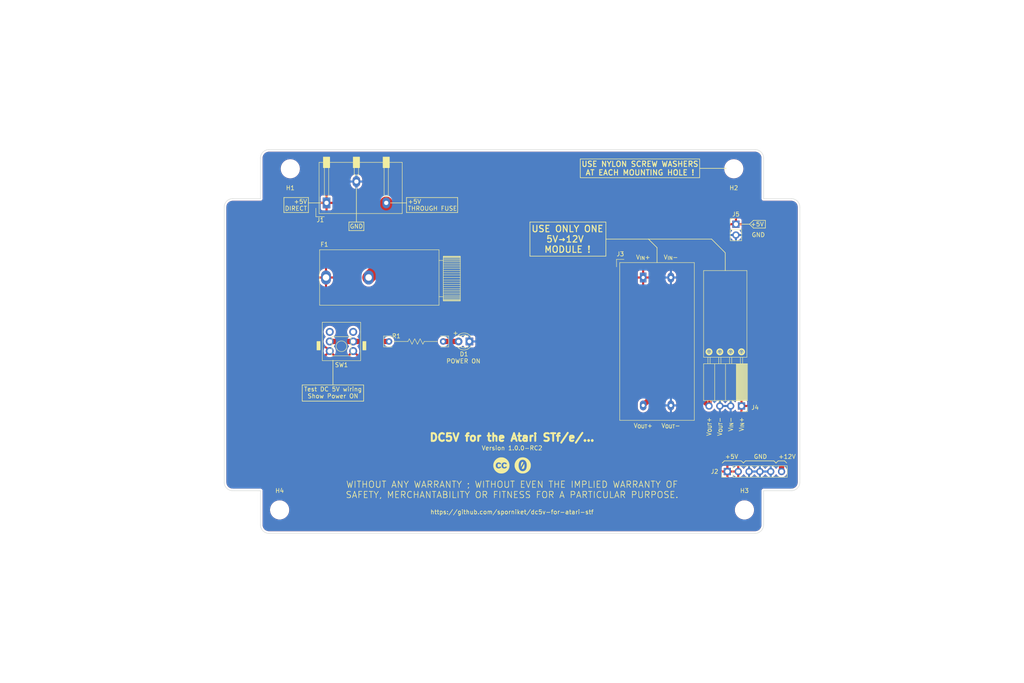
<source format=kicad_pcb>
(kicad_pcb (version 20221018) (generator pcbnew)
  (title_block (title "DC5V for the Atari STf/e/...") (date "2023-08-26") (rev "v1.0.0-RC2") (company "Sporniket") (comment 4 "https://github.com/sporniket/dc5v-for-atari-stf"))
  (layers (0 "F.Cu" signal) (31 "B.Cu" signal) (34 "B.Paste" user) (35 "F.Paste" user) (36 "B.SilkS" user "B.Silkscreen") (37 "F.SilkS" user "F.Silkscreen") (38 "B.Mask" user) (39 "F.Mask" user) (44 "Edge.Cuts" user))
  (net 0 "")
  (net 1 "GND")
  (net 2 "Net-(D1-Pad2)")
  (net 3 "+5V")
  (net 4 "+12V")
  (net 5 "Net-(R1-Pad1)")
  (net 6 "Net-(F1-Pad2)")
  (footprint "commons-passives_THT:Passive_THT_resistor_W2.54mm_L12.70mm" (layer "F.Cu") (at 127.5 100)
    (fp_text reference "R1" (at -5.715 -1.27) (layer "F.SilkS") (effects (justify left)))
    (fp_text value "2K")
    (fp_line (start -7.62 -1.27) (end -5.715 -1.27) (stroke (width 0.12)) (layer "F.SilkS"))
    (fp_line (start -7.62 1.27) (end -7.62 -1.27) (stroke (width 0.12)) (layer "F.SilkS"))
    (fp_line (start -5.604 1.27) (end -7.604 1.27) (stroke (width 0.12)) (layer "F.SilkS"))
    (fp_line (start -5.3975 0) (end -1.905 0) (stroke (width 0.12)) (layer "F.SilkS"))
    (fp_line (start -1.905 0) (end -1.5875 -0.635) (stroke (width 0.12)) (layer "F.SilkS"))
    (fp_line (start -1.5875 -0.635) (end -0.9525 0.635) (stroke (width 0.12)) (layer "F.SilkS"))
    (fp_line (start -0.9525 0.635) (end -0.3175 -0.635) (stroke (width 0.12)) (layer "F.SilkS"))
    (fp_line (start -0.3175 -0.635) (end 0.3175 0.635) (stroke (width 0.12)) (layer "F.SilkS"))
    (fp_line (start 0.3175 0.635) (end 0.9525 -0.635) (stroke (width 0.12)) (layer "F.SilkS"))
    (fp_line (start 0.9525 -0.635) (end 1.5875 0.635) (stroke (width 0.12)) (layer "F.SilkS"))
    (fp_line (start 1.5875 0.635) (end 1.905 0) (stroke (width 0.12)) (layer "F.SilkS"))
    (fp_line (start 1.905 0) (end 5 0) (stroke (width 0.12)) (layer "F.SilkS"))
    (fp_line (start 5.715 -1.27) (end 7.62 -1.27) (stroke (width 0.12)) (layer "F.SilkS"))
    (fp_line (start 7.62 -1.27) (end 7.62 1.27) (stroke (width 0.12)) (layer "F.SilkS"))
    (fp_line (start 7.62 1.27) (end 5.715 1.27) (stroke (width 0.12)) (layer "F.SilkS"))
    (pad "1" thru_hole circle (at -6.35 0) (size 1.524 1.524) (drill 0.762) (layers "*.Cu" "*.Mask") (net 5 "Net-(R1-Pad1)"))
    (pad "2" thru_hole circle (at 6.35 0) (size 1.524 1.524) (drill 0.762) (layers "*.Cu" "*.Mask") (net 2 "Net-(D1-Pad2)"))
  )
  (footprint "Connector_PinHeader_2.54mm:PinHeader_1x02_P2.54mm_Vertical" (layer "F.Cu") (at 202.5 72.5)
    (fp_text reference "J5" (at 0 -2.33) (layer "F.SilkS"))
    (fp_text value "Conn_01x02")
    (fp_line (start -1.33 -1.33) (end 0 -1.33) (stroke (width 0.12)) (layer "F.SilkS"))
    (fp_line (start -1.33 0) (end -1.33 -1.33) (stroke (width 0.12)) (layer "F.SilkS"))
    (fp_line (start -1.33 1.27) (end -1.33 3.87) (stroke (width 0.12)) (layer "F.SilkS"))
    (fp_line (start -1.33 1.27) (end 1.33 1.27) (stroke (width 0.12)) (layer "F.SilkS"))
    (fp_line (start -1.33 3.87) (end 1.33 3.87) (stroke (width 0.12)) (layer "F.SilkS"))
    (fp_line (start 1.33 1.27) (end 1.33 3.87) (stroke (width 0.12)) (layer "F.SilkS"))
    (pad "1" thru_hole rect (at 0 0) (size 1.7 1.7) (drill 1) (layers "*.Cu" "*.Mask") (net 3 "+5V"))
    (pad "2" thru_hole oval (at 0 2.54) (size 1.7 1.7) (drill 1) (layers "*.Cu" "*.Mask") (net 1 "GND"))
  )
  (footprint "cliparts:logo--cc--cc" (layer "F.Cu") (at 147.5 129.077305)
    (fp_text reference "G***" hide)
    (fp_text value "LOGO" hide)
    (fp_poly (pts (xy 0.181573 -1.88911) (xy 0.356543 -1.871074) (xy 0.516513 -1.837606) (xy 0.67123 -1.78662) (xy 0.830442 -1.716032) (xy 0.843643 -1.709487) (xy 1.070063 -1.576968) (xy 1.272256 -1.418939) (xy 1.448851 -1.23807) (xy 1.59848 -1.037032) (xy 1.719773 -0.818495) (xy 1.81136 -0.585129) (xy 1.871872 -0.339604) (xy 1.899941 -0.084591) (xy 1.894196 0.177239) (xy 1.878437 0.308429) (xy 1.853943 0.448409) (xy 1.825086 0.566605) (xy 1.787398 0.677514) (xy 1.736411 0.795637) (xy 1.71349 0.843643) (xy 1.594377 1.04822) (xy 1.445139 1.238044) (xy 1.270073 1.409836) (xy 1.073479 1.560318) (xy 0.859654 1.686213) (xy 0.632895 1.784243) (xy 0.397503 1.85113) (xy 0.390465 1.852598) (xy 0.274583 1.870164) (xy 0.137355 1.881003) (xy -0.009239 1.885001) (xy -0.153222 1.882044) (xy -0.282615 1.872018) (xy -0.362857 1.859794) (xy -0.608774 1.792389) (xy -0.84152 1.692819) (xy -1.058442 1.563648) (xy -1.256888 1.407438) (xy -1.434207 1.226752) (xy -1.587745 1.024153) (xy -1.714851 0.802205) (xy -1.812872 0.563469) (xy -1.855612 0.417286) (xy -1.881501 0.273424) (xy -1.894726 0.10788) (xy -1.895294 -0.034735) (xy -1.3212 -0.034735) (xy -1.318302 0.081038) (xy -1.290796 0.243029) (xy -1.237057 0.381658) (xy -1.155967 0.499747) (xy -1.150236 0.506209) (xy -1.04068 0.601841) (xy -0.911682 0.669965) (xy -0.768744 0.709424) (xy -0.617371 0.719062) (xy -0.463063 0.697722) (xy -0.371906 0.669772) (xy -0.295824 0.634434) (xy -0.224288 0.584414) (xy -0.149678 0.515804) (xy -0.098676 0.46176) (xy -0.05957 0.414453) (xy -0.038389 0.381431) (xy -0.036285 0.373837) (xy -0.052325 0.350606) (xy -0.096884 0.318213) (xy -0.164235 0.280736) (xy -0.292185 0.216302) (xy -0.368342 0.299837) (xy -0.428999 0.357355) (xy -0.486889 0.390111) (xy -0.522838 0.400697) (xy -0.618426 0.407074) (xy -0.70938 0.386575) (xy -0.783917 0.342107) (xy -0.792298 0.334209) (xy -0.846678 0.256777) (xy -0.883244 0.157152) (xy -0.901671 0.044798) (xy -0.901658 -0.000564) (xy 0.021925 -0.000564) (xy 0.032819 0.147536) (xy 0.067865 0.289005) (xy 0.127017 0.417388) (xy 0.210228 0.526226) (xy 0.228506 0.543934) (xy 0.349757 0.631795) (xy 0.487782 0.69001) (xy 0.637194 0.717665) (xy 0.792606 0.713848) (xy 0.948631 0.677644) (xy 0.970666 0.669772) (xy 1.046747 0.634434) (xy 1.118283 0.584414) (xy 1.192893 0.515804) (xy 1.243904 0.46171) (xy 1.283013 0.414289) (xy 1.304188 0.381114) (xy 1.306286 0.37346) (xy 1.29179 0.351835) (xy 1.254093 0.323517) (xy 1.201883 0.292771) (xy 1.143849 0.263861) (xy 1.088679 0.241053) (xy 1.04506 0.22861) (xy 1.021681 0.230797) (xy 1.02029 0.23308) (xy 1.003623 0.261215) (xy 0.972063 0.302343) (xy 0.959106 0.317537) (xy 0.886365 0.374553) (xy 0.797859 0.403743) (xy 0.702027 0.404313) (xy 0.607307 0.375471) (xy 0.569508 0.354149) (xy 0.517338 0.300429) (xy 0.476897 0.220085) (xy 0.449855 0.121353) (xy 0.43788 0.012473) (xy 0.442643 -0.098318) (xy 0.460246 -0.18494) (xy 0.503984 -0.281315) (xy 0.567876 -0.351762) (xy 0.645923 -0.394996) (xy 0.732128 -0.409727) (xy 0.820491 -0.394669) (xy 0.905013 -0.348535) (xy 0.962346 -0.292681) (xy 1.016645 -0.226807) (xy 1.156522 -0.30268) (xy 1.219954 -0.338556) (xy 1.269762 -0.369494) (xy 1.298243 -0.390592) (xy 1.301968 -0.395261) (xy 1.293807 -0.420456) (xy 1.263689 -0.46093) (xy 1.218455 -0.509885) (xy 1.164944 -0.560519) (xy 1.109995 -0.606035) (xy 1.060447 -0.639631) (xy 1.0511 -0.644672) (xy 0.911788 -0.696839) (xy 0.763841 -0.719532) (xy 0.614253 -0.713716) (xy 0.470018 -0.680356) (xy 0.338131 -0.620416) (xy 0.225585 -0.534862) (xy 0.220802 -0.530141) (xy 0.134623 -0.420083) (xy 0.072781 -0.29083) (xy 0.035231 -0.148838) (xy 0.021925 -0.000564) (xy -0.901658 -0.000564) (xy -0.901636 -0.070823) (xy -0.882815 -0.180246) (xy -0.844886 -0.274009) (xy -0.814547 -0.31687) (xy -0.740947 -0.375776) (xy -0.655247 -0.404356) (xy -0.56465 -0.403011) (xy -0.476356 -0.372142) (xy -0.397567 -0.31215) (xy -0.380225 -0.292681) (xy -0.325926 -0.226807) (xy -0.186049 -0.30268) (xy -0.12248 -0.338813) (xy -0.072453 -0.370357) (xy -0.043729 -0.392287) (xy -0.039923 -0.397301) (xy -0.048117 -0.422599) (xy -0.078488 -0.462977) (xy -0.124195 -0.511726) (xy -0.178395 -0.562141) (xy -0.234249 -0.607514) (xy -0.284915 -0.641138) (xy -0.293064 -0.645479) (xy -0.421737 -0.692962) (xy -0.565556 -0.716327) (xy -0.713429 -0.715426) (xy -0.854269 -0.690113) (xy -0.950387 -0.654165) (xy -1.074292 -0.574791) (xy -1.175104 -0.469605) (xy -1.251046 -0.342163) (xy -1.300338 -0.196021) (xy -1.3212 -0.034735) (xy -1.895294 -0.034735) (xy -1.895423 -0.067078) (xy -1.88373 -0.239179) (xy -1.859785 -0.396155) (xy -1.845815 -0.455728) (xy -1.767541 -0.692448) (xy -1.662289 -0.910967) (xy -1.527044 -1.11655) (xy -1.358789 -1.31446) (xy -1.346304 -1.327531) (xy -1.160235 -1.500286) (xy -0.964759 -1.639929) (xy -0.75504 -1.749348) (xy -0.526241 -1.831427) (xy -0.480631 -1.844059) (xy -0.402317 -1.863556) (xy -0.332789 -1.877142) (xy -0.261944 -1.885903) (xy -0.17968 -1.890926) (xy -0.075895 -1.893297) (xy -0.018143 -1.893796) (xy 0.181573 -1.88911)) (stroke (width 0.01)) (fill solid) (layer "F.SilkS"))
  )
  (footprint "LED_THT:LED_D3.0mm" (layer "F.Cu") (at 140 100 180)
    (fp_text reference "D1" (at 1.27 -2.96) (layer "F.SilkS"))
    (fp_text value "LED")
    (fp_line (start -0.29 -1.236) (end -0.29 -1.08) (stroke (width 0.12)) (layer "F.SilkS"))
    (fp_line (start -0.29 1.08) (end -0.29 1.236) (stroke (width 0.12)) (layer "F.SilkS"))
    (fp_arc (start -0.29 -1.235516) (mid 1.366487 -1.987659) (end 2.942335 -1.078608) (stroke (width 0.12)) (layer "F.SilkS"))
    (fp_arc (start 0.229039 -1.08) (mid 1.270117 -1.5) (end 2.31113 -1.079837) (stroke (width 0.12)) (layer "F.SilkS"))
    (fp_arc (start 2.31113 1.079837) (mid 1.270117 1.5) (end 0.229039 1.08) (stroke (width 0.12)) (layer "F.SilkS"))
    (fp_arc (start 2.942335 1.078608) (mid 1.366487 1.987659) (end -0.29 1.235516) (stroke (width 0.12)) (layer "F.SilkS"))
    (pad "1" thru_hole rect (at 0 0 180) (size 1.8 1.8) (drill 0.9) (layers "*.Cu" "*.Mask") (net 1 "GND"))
    (pad "2" thru_hole circle (at 2.54 0 180) (size 1.8 1.8) (drill 0.9) (layers "*.Cu" "*.Mask") (net 2 "Net-(D1-Pad2)"))
  )
  (footprint "assemblies_power_modules:module_mt3608_ajustable_output" (layer "F.Cu") (at 184 100)
    (fp_text reference "J3" (at -8.6 -20.5 unlocked) (layer "F.SilkS"))
    (fp_text value "Adjustable MT3608 module")
    (fp_text user "V_{OUT}+" (at -3.25 19.75 unlocked) (layer "F.SilkS"))
    (fp_text user "V_{IN}-" (at 3.25 -19.75 unlocked) (layer "F.SilkS"))
    (fp_text user "V_{IN}+" (at -3.25 -19.75 unlocked) (layer "F.SilkS"))
    (fp_text user "V_{OUT}-" (at 3.25 19.75 unlocked) (layer "F.SilkS"))
    (fp_line (start -9.5 -19.25) (end -7.75 -19.25) (stroke (width 0.12)) (layer "F.SilkS"))
    (fp_line (start -9.5 -17.5) (end -9.5 -19.25) (stroke (width 0.12)) (layer "F.SilkS"))
    (fp_line (start -8.75 -18.5) (end 8.75 -18.5) (stroke (width 0.12)) (layer "F.SilkS"))
    (fp_line (start -8.75 18.5) (end -8.75 -18.5) (stroke (width 0.12)) (layer "F.SilkS"))
    (fp_line (start 8.75 -18.5) (end 8.75 18.5) (stroke (width 0.12)) (layer "F.SilkS"))
    (fp_line (start 8.75 18.5) (end -8.75 18.5) (stroke (width 0.12)) (layer "F.SilkS"))
    (pad "1" thru_hole rect (at -3.250001 -15) (size 1.524 2.286) (drill 0.762) (layers "*.Cu" "*.Mask") (net 3 "+5V"))
    (pad "2" thru_hole oval (at 3.250001 -15) (size 1.524 2.286) (drill 0.762) (layers "*.Cu" "*.Mask") (net 1 "GND"))
    (pad "3" thru_hole oval (at 3.250001 15) (size 1.524 2.286) (drill 0.762) (layers "*.Cu" "*.Mask") (net 1 "GND"))
    (pad "4" thru_hole oval (at -3.250001 15) (size 1.524 2.286) (drill 0.762) (layers "*.Cu" "*.Mask") (net 4 "+12V"))
  )
  (footprint "commons-interconnect_THT:combined_push_button_4pins_X_latched_button_6pins__2rows_W5_6mm_pitch_2.5_2.6mm" (layer "F.Cu") (at 110 100)
    (fp_text reference "SW1" (at 0 5.5 unlocked) (layer "F.SilkS"))
    (fp_text value "Momentary or Latched")
    (fp_rect (start -5 0) (end -5.75 2) (stroke (width 0.12)) (fill solid) (layer "F.SilkS"))
    (fp_rect (start -4.5 -4.5) (end 4.5 4.5) (stroke (width 0.12)) (fill none) (layer "F.SilkS"))
    (fp_rect (start -2.25 -1.125) (end 2.25 3.375) (stroke (width 0.12)) (fill none) (layer "F.SilkS"))
    (fp_rect (start 5.75 0) (end 5 2) (stroke (width 0.12)) (fill solid) (layer "F.SilkS"))
    (fp_circle (center 0 1.125) (end 1.25 1.125) (stroke (width 0.12)) (fill none) (layer "F.SilkS"))
    (pad "1" thru_hole circle (at -2.75 2.25) (size 1.862 1.862) (drill 1.1) (layers "*.Cu" "*.Mask") (net 3 "+5V"))
    (pad "1" thru_hole circle (at 2.75 2.25) (size 1.862 1.862) (drill 1.1) (layers "*.Cu" "*.Mask") (net 3 "+5V"))
    (pad "2" thru_hole circle (at -2.75 0) (size 1.862 1.862) (drill 1.1) (layers "*.Cu" "*.Mask") (net 5 "Net-(R1-Pad1)"))
    (pad "2" thru_hole circle (at 2.75 0) (size 1.862 1.862) (drill 1.1) (layers "*.Cu" "*.Mask") (net 5 "Net-(R1-Pad1)"))
    (pad "3" thru_hole circle (at -2.75 -2.25) (size 1.862 1.862) (drill 1.1) (layers "*.Cu" "*.Mask"))
    (pad "3" thru_hole circle (at 2.75 -2.25) (size 1.862 1.862) (drill 1.1) (layers "*.Cu" "*.Mask"))
  )
  (footprint "Connector_PinHeader_2.54mm:PinHeader_1x06_P2.54mm_Vertical" (layer "F.Cu") (at 200.5 130.5 90)
    (fp_text reference "J2" (at 0 -3 180) (layer "F.SilkS"))
    (fp_text value "Conn_01x06")
    (fp_line (start -1.33 -1.33) (end 0 -1.33) (stroke (width 0.12)) (layer "F.SilkS"))
    (fp_line (start -1.33 0) (end -1.33 -1.33) (stroke (width 0.12)) (layer "F.SilkS"))
    (fp_line (start -1.33 1.27) (end -1.33 14.03) (stroke (width 0.12)) (layer "F.SilkS"))
    (fp_line (start -1.33 1.27) (end 1.33 1.27) (stroke (width 0.12)) (layer "F.SilkS"))
    (fp_line (start -1.33 14.03) (end 1.33 14.03) (stroke (width 0.12)) (layer "F.SilkS"))
    (fp_line (start 1.33 1.27) (end 1.33 14.03) (stroke (width 0.12)) (layer "F.SilkS"))
    (pad "1" thru_hole rect (at 0 0 90) (size 1.7 1.7) (drill 1) (layers "*.Cu" "*.Mask") (net 3 "+5V"))
    (pad "2" thru_hole oval (at 0 2.54 90) (size 1.7 1.7) (drill 1) (layers "*.Cu" "*.Mask") (net 3 "+5V"))
    (pad "3" thru_hole oval (at 0 5.08 90) (size 1.7 1.7) (drill 1) (layers "*.Cu" "*.Mask") (net 1 "GND"))
    (pad "4" thru_hole oval (at 0 7.62 90) (size 1.7 1.7) (drill 1) (layers "*.Cu" "*.Mask") (net 1 "GND"))
    (pad "5" thru_hole oval (at 0 10.16 90) (size 1.7 1.7) (drill 1) (layers "*.Cu" "*.Mask") (net 1 "GND"))
    (pad "6" thru_hole oval (at 0 12.7 90) (size 1.7 1.7) (drill 1) (layers "*.Cu" "*.Mask") (net 4 "+12V"))
  )
  (footprint "MountingHole:MountingHole_3.5mm" (layer "F.Cu") (at 202 59.5)
    (fp_text reference "H2" (at 0 4.5) (layer "F.SilkS"))
    (fp_text value "M3")
    (pad "" np_thru_hole circle (at 0 0) (size 3.5 3.5) (drill 3.5) (layers "*.Cu" "*.Mask"))
  )
  (footprint "commons-passives_THT:FuseHolder_Cylinder_5x20mm_Wurth_Elektronik_696310001002" (layer "F.Cu") (at 116.375 85)
    (fp_text reference "F1" (at -10.375 -7.75 unlocked) (layer "F.SilkS"))
    (fp_text value "Fuse")
    (fp_line (start -11.5 -6.5) (end 16.5 -6.5) (stroke (width 0.12)) (layer "F.SilkS"))
    (fp_line (start -11.5 6.5) (end -11.5 -6.5) (stroke (width 0.12)) (layer "F.SilkS"))
    (fp_line (start 16.5 -6.5) (end 16.5 6.5) (stroke (width 0.12)) (layer "F.SilkS"))
    (fp_line (start 16.5 -4) (end 17.5 -4) (stroke (width 0.12)) (layer "F.SilkS"))
    (fp_line (start 16.5 4.5) (end 17.5 4.5) (stroke (width 0.12)) (layer "F.SilkS"))
    (fp_line (start 16.5 6.5) (end -11.5 6.5) (stroke (width 0.12)) (layer "F.SilkS"))
    (fp_line (start 17.5 -4.9) (end 21.5 -4.9) (stroke (width 0.12)) (layer "F.SilkS"))
    (fp_line (start 17.5 -4.8) (end 21.5 -4.8) (stroke (width 0.12)) (layer "F.SilkS"))
    (fp_line (start 17.5 -4.6) (end 21.5 -4.6) (stroke (width 0.12)) (layer "F.SilkS"))
    (fp_line (start 17.5 -4.3) (end 21.5 -4.3) (stroke (width 0.12)) (layer "F.SilkS"))
    (fp_line (start 17.5 -4) (end 21.5 -4) (stroke (width 0.12)) (layer "F.SilkS"))
    (fp_line (start 17.5 -3.7) (end 21.5 -3.7) (stroke (width 0.12)) (layer "F.SilkS"))
    (fp_line (start 17.5 -3.3) (end 21.5 -3.3) (stroke (width 0.12)) (layer "F.SilkS"))
    (fp_line (start 17.5 -2.9) (end 21.5 -2.9) (stroke (width 0.12)) (layer "F.SilkS"))
    (fp_line (start 17.5 -2.5) (end 21.5 -2.5) (stroke (width 0.12)) (layer "F.SilkS"))
    (fp_line (start 17.5 -2.1) (end 21.5 -2.1) (stroke (width 0.12)) (layer "F.SilkS"))
    (fp_line (start 17.5 -1.6) (end 21.5 -1.6) (stroke (width 0.12)) (layer "F.SilkS"))
    (fp_line (start 17.5 -1.1) (end 21.5 -1.1) (stroke (width 0.12)) (layer "F.SilkS"))
    (fp_line (start 17.5 -0.6) (end 21.5 -0.6) (stroke (width 0.12)) (layer "F.SilkS"))
    (fp_line (start 17.5 0) (end 21.5 0) (stroke (width 0.12)) (layer "F.SilkS"))
    (fp_line (start 17.5 0.6) (end 21.5 0.6) (stroke (width 0.12)) (layer "F.SilkS"))
    (fp_line (start 17.5 1.1) (end 21.5 1.1) (stroke (width 0.12)) (layer "F.SilkS"))
    (fp_line (start 17.5 1.6) (end 21.5 1.6) (stroke (width 0.12)) (layer "F.SilkS"))
    (fp_line (start 17.5 2.1) (end 21.5 2.1) (stroke (width 0.12)) (layer "F.SilkS"))
    (fp_line (start 17.5 2.6) (end 21.5 2.6) (stroke (width 0.12)) (layer "F.SilkS"))
    (fp_line (start 17.5 3) (end 21.5 3) (stroke (width 0.12)) (layer "F.SilkS"))
    (fp_line (start 17.5 3.4) (end 21.5 3.4) (stroke (width 0.12)) (layer "F.SilkS"))
    (fp_line (start 17.5 3.8) (end 21.5 3.8) (stroke (width 0.12)) (layer "F.SilkS"))
    (fp_line (start 17.5 4.2) (end 21.5 4.2) (stroke (width 0.12)) (layer "F.SilkS"))
    (fp_line (start 17.5 4.5) (end 21.5 4.5) (stroke (width 0.12)) (layer "F.SilkS"))
    (fp_line (start 17.5 4.8) (end 21.5 4.8) (stroke (width 0.12)) (layer "F.SilkS"))
    (fp_line (start 17.5 5.1) (end 21.5 5.1) (stroke (width 0.12)) (layer "F.SilkS"))
    (fp_line (start 17.5 5.3) (end 21.5 5.3) (stroke (width 0.12)) (layer "F.SilkS"))
    (fp_line (start 17.5 5.4) (end 21.5 5.4) (stroke (width 0.12)) (layer "F.SilkS"))
    (fp_rect (start 21.5 -5) (end 17.5 5.5) (stroke (width 0.12)) (fill none) (layer "F.SilkS"))
    (pad "1" thru_hole oval (at -10 0) (size 2.286 3.286) (drill 1.524) (layers "*.Cu" "*.Mask") (net 3 "+5V"))
    (pad "2" thru_hole oval (at 0 0) (size 2.286 3.286) (drill 1.524) (layers "*.Cu" "*.Mask") (net 6 "Net-(F1-Pad2)"))
  )
  (footprint "MountingHole:MountingHole_3.5mm" (layer "F.Cu") (at 95.5 139.5)
    (fp_text reference "H4" (at 0 -4.5) (layer "F.SilkS"))
    (fp_text value "M3")
    (pad "" np_thru_hole circle (at 0 0) (size 3.5 3.5) (drill 3.5) (layers "*.Cu" "*.Mask"))
  )
  (footprint "cliparts:logo--cc--zero" (layer "F.Cu") (at 152.5 129.077305)
    (fp_text reference "G***" hide)
    (fp_text value "LOGO" hide)
    (fp_poly (pts (xy 0.057321 -0.830424) (xy 0.083463 -0.820686) (xy 0.117309 -0.780814) (xy 0.137478 -0.725549) (xy 0.137747 -0.680571) (xy 0.127503 -0.657424) (xy 0.102603 -0.607525) (xy 0.06567 -0.535781) (xy 0.019328 -0.447098) (xy -0.033802 -0.346382) (xy -0.091097 -0.238539) (xy -0.149934 -0.128475) (xy -0.20769 -0.021096) (xy -0.261742 0.07869) (xy -0.309468 0.165979) (xy -0.348245 0.235863) (xy -0.375451 0.283438) (xy -0.388462 0.303795) (xy -0.388486 0.30382) (xy -0.393459 0.290764) (xy -0.400181 0.249603) (xy -0.407406 0.188391) (xy -0.40931 0.169171) (xy -0.413139 0.092066) (xy -0.413075 -0.007241) (xy -0.409332 -0.114899) (xy -0.403675 -0.199571) (xy -0.382038 -0.376288) (xy -0.349163 -0.520517) (xy -0.304017 -0.634591) (xy -0.245569 -0.720841) (xy -0.172787 -0.781601) (xy -0.138177 -0.799862) (xy -0.070544 -0.82254) (xy -0.001027 -0.833136) (xy 0.057321 -0.830424)) (stroke (width 0.01)) (fill solid) (layer "F.SilkS"))
    (fp_poly (pts (xy 0.383764 -0.357274) (xy 0.393353 -0.321778) (xy 0.40108 -0.257806) (xy 0.406723 -0.173131) (xy 0.41006 -0.075525) (xy 0.410869 0.027239) (xy 0.408929 0.127388) (xy 0.404016 0.217149) (xy 0.401074 0.249312) (xy 0.3739 0.425253) (xy 0.333003 0.568124) (xy 0.278198 0.678521) (xy 0.261348 0.702372) (xy 0.190452 0.769059) (xy 0.101924 0.813267) (xy 0.00607 0.831874) (xy -0.086801 0.82176) (xy -0.108484 0.814324) (xy -0.177149 0.773742) (xy -0.212652 0.720491) (xy -0.217714 0.686685) (xy -0.209228 0.658752) (xy -0.185436 0.606283) (xy -0.14884 0.53362) (xy -0.101939 0.445101) (xy -0.047235 0.345066) (xy 0.012774 0.237856) (xy 0.075585 0.12781) (xy 0.138699 0.019269) (xy 0.199616 -0.083428) (xy 0.255834 -0.175941) (xy 0.304853 -0.253931) (xy 0.344174 -0.313056) (xy 0.371295 -0.348978) (xy 0.383716 -0.357356) (xy 0.383764 -0.357274)) (stroke (width 0.01)) (fill solid) (layer "F.SilkS"))
    (fp_poly (pts (xy 0.165523 -1.89717) (xy 0.419686 -1.859637) (xy 0.664181 -1.787833) (xy 0.896761 -1.682579) (xy 1.115182 -1.544698) (xy 1.304474 -1.38712) (xy 1.481837 -1.195152) (xy 1.631406 -0.981221) (xy 1.750897 -0.749165) (xy 1.838026 -0.502822) (xy 1.844128 -0.480359) (xy 1.863624 -0.401998) (xy 1.877214 -0.332288) (xy 1.885988 -0.26112) (xy 1.891036 -0.178383) (xy 1.893449 -0.073966) (xy 1.893958 -0.018143) (xy 1.893143 0.121119) (xy 1.888203 0.233522) (xy 1.878477 0.32833) (xy 1.8633 0.414805) (xy 1.862771 0.417286) (xy 1.792249 0.662677) (xy 1.689954 0.891356) (xy 1.557011 1.101922) (xy 1.394546 1.292972) (xy 1.203684 1.463102) (xy 0.985551 1.61091) (xy 0.843643 1.687511) (xy 0.704335 1.75318) (xy 0.582976 1.801925) (xy 0.469017 1.836271) (xy 0.351906 1.858744) (xy 0.221093 1.871867) (xy 0.066027 1.878168) (xy 0.045357 1.878584) (xy -0.057047 1.87988) (xy -0.149573 1.879943) (xy -0.22482 1.878851) (xy -0.275389 1.876683) (xy -0.290286 1.875007) (xy -0.554392 1.807678) (xy -0.795148 1.713832) (xy -1.015524 1.591928) (xy -1.218493 1.440426) (xy -1.333868 1.333968) (xy -1.511617 1.132692) (xy -1.657864 0.913606) (xy -1.77222 0.677378) (xy -1.84672 0.45378) (xy -1.865359 0.379667) (xy -1.878292 0.31352) (xy -1.886515 0.245572) (xy -1.891027 0.166054) (xy -1.892822 0.065197) (xy -1.892977 0.011949) (xy -0.962263 0.011949) (xy -0.952186 0.225626) (xy -0.922519 0.434426) (xy -0.872812 0.63303) (xy -0.802618 0.816122) (xy -0.796966 0.828134) (xy -0.702488 0.988993) (xy -0.587229 1.120459) (xy -0.45277 1.221717) (xy -0.300691 1.29195) (xy -0.132571 1.330343) (xy 0.050008 1.33608) (xy 0.163286 1.323908) (xy 0.326889 1.280535) (xy 0.476659 1.204962) (xy 0.609024 1.099792) (xy 0.720412 0.967631) (xy 0.774855 0.878033) (xy 0.844141 0.718825) (xy 0.897988 0.533618) (xy 0.935244 0.329766) (xy 0.954756 0.114625) (xy 0.955373 -0.104449) (xy 0.947333 -0.222973) (xy 0.912947 -0.464304) (xy 0.858093 -0.676541) (xy 0.782907 -0.859426) (xy 0.687524 -1.0127) (xy 0.57208 -1.136105) (xy 0.436711 -1.229384) (xy 0.411082 -1.242542) (xy 0.249752 -1.303406) (xy 0.082219 -1.333412) (xy -0.086049 -1.333434) (xy -0.249586 -1.304349) (xy -0.402924 -1.247033) (xy -0.540596 -1.16236) (xy -0.636437 -1.074798) (xy -0.734485 -0.943512) (xy -0.815634 -0.785201) (xy -0.879434 -0.605182) (xy -0.925439 -0.408773) (xy -0.953198 -0.20129) (xy -0.962263 0.011949) (xy -1.892977 0.011949) (xy -1.893012 0) (xy -1.892259 -0.115871) (xy -1.889329 -0.205279) (xy -1.883215 -0.278029) (xy -1.87291 -0.343923) (xy -1.857409 -0.412765) (xy -1.846226 -0.455728) (xy -1.765836 -0.697077) (xy -1.658279 -0.918824) (xy -1.520588 -1.126164) (xy -1.350311 -1.323756) (xy -1.159879 -1.500692) (xy -0.961487 -1.643312) (xy -0.751606 -1.753235) (xy -0.526709 -1.832081) (xy -0.283267 -1.88147) (xy -0.096062 -1.899611) (xy 0.165523 -1.89717)) (stroke (width 0.01)) (fill solid) (layer "F.SilkS"))
  )
  (footprint "assemblies_power_modules:module_dc_dc_step_up_12V_W10.16mm_H20.5mm_PinSocket_1x04_P2.54mm_Horizontal" (layer "F.Cu") (at 200 115.13)
    (fp_text reference "J4" (at 7 0.37) (layer "F.SilkS"))
    (fp_text value "Fixed 12V module")
    (fp_text user "V_{IN}+" (at 3.81 2.54 90 unlocked) (layer "F.SilkS") (effects (justify right)))
    (fp_text user "V_{OUT}+" (at -3.81 2.54 90 unlocked) (layer "F.SilkS") (effects (justify right)))
    (fp_text user "V_{IN}-" (at 1.27 2.54 90 unlocked) (layer "F.SilkS") (effects (justify right)))
    (fp_text user "V_{OUT}-" (at -1.27 2.54 90 unlocked) (layer "F.SilkS") (effects (justify right)))
    (fp_line (start -5.08 -31.75) (end -5.08 -11.43) (stroke (width 0.12)) (layer "F.SilkS"))
    (fp_line (start -5.08 -11.43) (end 5.08 -11.43) (stroke (width 0.12)) (layer "F.SilkS"))
    (fp_line (start -5.08 -9.903) (end -5.08 -1.273) (stroke (width 0.12)) (layer "F.SilkS"))
    (fp_line (start -4.11 -1.273) (end -4.11 -0.863) (stroke (width 0.12)) (layer "F.SilkS"))
    (fp_line (start -4.064 -12.192) (end -4.064 -12.7) (stroke (width 0.12)) (layer "F.SilkS"))
    (fp_line (start -3.556 -12.192) (end -3.556 -12.7) (stroke (width 0.12)) (layer "F.SilkS"))
    (fp_line (start -3.39 -1.273) (end -3.39 -0.863) (stroke (width 0.12)) (layer "F.SilkS"))
    (fp_line (start -2.48 -9.903) (end -2.48 -1.273) (stroke (width 0.12)) (layer "F.SilkS"))
    (fp_line (start -1.57 -1.273) (end -1.57 -0.863) (stroke (width 0.12)) (layer "F.SilkS"))
    (fp_line (start -1.524 -12.192) (end -1.524 -12.7) (stroke (width 0.12)) (layer "F.SilkS"))
    (fp_line (start -1.016 -12.192) (end -1.016 -12.7) (stroke (width 0.12)) (layer "F.SilkS"))
    (fp_line (start -0.85 -1.273) (end -0.85 -0.863) (stroke (width 0.12)) (layer "F.SilkS"))
    (fp_line (start 0.06 -9.903) (end 0.06 -1.273) (stroke (width 0.12)) (layer "F.SilkS"))
    (fp_line (start 0.97 -1.273) (end 0.97 -0.863) (stroke (width 0.12)) (layer "F.SilkS"))
    (fp_line (start 1.016 -12.192) (end 1.016 -12.7) (stroke (width 0.12)) (layer "F.SilkS"))
    (fp_line (start 1.524 -12.192) (end 1.524 -12.7) (stroke (width 0.12)) (layer "F.SilkS"))
    (fp_line (start 1.69 -1.273) (end 1.69 -0.863) (stroke (width 0.12)) (layer "F.SilkS"))
    (fp_line (start 2.6 -9.903) (end 2.6 -1.273) (stroke (width 0.12)) (layer "F.SilkS"))
    (fp_line (start 2.7181 -9.903) (end 2.7181 -1.273) (stroke (width 0.12)) (layer "F.SilkS"))
    (fp_line (start 2.836195 -9.903) (end 2.836195 -1.273) (stroke (width 0.12)) (layer "F.SilkS"))
    (fp_line (start 2.95429 -9.903) (end 2.95429 -1.273) (stroke (width 0.12)) (layer "F.SilkS"))
    (fp_line (start 3.072385 -9.903) (end 3.072385 -1.273) (stroke (width 0.12)) (layer "F.SilkS"))
    (fp_line (start 3.19048 -9.903) (end 3.19048 -1.273) (stroke (width 0.12)) (layer "F.SilkS"))
    (fp_line (start 3.308575 -9.903) (end 3.308575 -1.273) (stroke (width 0.12)) (layer "F.SilkS"))
    (fp_line (start 3.42667 -9.903) (end 3.42667 -1.273) (stroke (width 0.12)) (layer "F.SilkS"))
    (fp_line (start 3.51 -1.273) (end 3.51 -0.923) (stroke (width 0.12)) (layer "F.SilkS"))
    (fp_line (start 3.544765 -9.903) (end 3.544765 -1.273) (stroke (width 0.12)) (layer "F.SilkS"))
    (fp_line (start 3.556 -12.192) (end 3.556 -12.7) (stroke (width 0.12)) (layer "F.SilkS"))
    (fp_line (start 3.66286 -9.903) (end 3.66286 -1.273) (stroke (width 0.12)) (layer "F.SilkS"))
    (fp_line (start 3.780955 -9.903) (end 3.780955 -1.273) (stroke (width 0.12)) (layer "F.SilkS"))
    (fp_line (start 3.89905 -9.903) (end 3.89905 -1.273) (stroke (width 0.12)) (layer "F.SilkS"))
    (fp_line (start 4.017145 -9.903) (end 4.017145 -1.273) (stroke (width 0.12)) (layer "F.SilkS"))
    (fp_line (start 4.064 -12.192) (end 4.064 -12.7) (stroke (width 0.12)) (layer "F.SilkS"))
    (fp_line (start 4.13524 -9.903) (end 4.13524 -1.273) (stroke (width 0.12)) (layer "F.SilkS"))
    (fp_line (start 4.23 -1.273) (end 4.23 -0.923) (stroke (width 0.12)) (layer "F.SilkS"))
    (fp_line (start 4.253335 -9.903) (end 4.253335 -1.273) (stroke (width 0.12)) (layer "F.SilkS"))
    (fp_line (start 4.37143 -9.903) (end 4.37143 -1.273) (stroke (width 0.12)) (layer "F.SilkS"))
    (fp_line (start 4.489525 -9.903) (end 4.489525 -1.273) (stroke (width 0.12)) (layer "F.SilkS"))
    (fp_line (start 4.60762 -9.903) (end 4.60762 -1.273) (stroke (width 0.12)) (layer "F.SilkS"))
    (fp_line (start 4.725715 -9.903) (end 4.725715 -1.273) (stroke (width 0.12)) (layer "F.SilkS"))
    (fp_line (start 4.84381 -9.903) (end 4.84381 -1.273) (stroke (width 0.12)) (layer "F.SilkS"))
    (fp_line (start 4.961905 -9.903) (end 4.961905 -1.273) (stroke (width 0.12)) (layer "F.SilkS"))
    (fp_line (start 5.08 -31.75) (end -5.08 -31.75) (stroke (width 0.12)) (layer "F.SilkS"))
    (fp_line (start 5.08 -11.43) (end 5.08 -31.75) (stroke (width 0.12)) (layer "F.SilkS"))
    (fp_line (start 5.08 -9.903) (end 5.08 -1.273) (stroke (width 0.12)) (layer "F.SilkS"))
    (fp_line (start 5.2 -9.903) (end -5.08 -9.903) (stroke (width 0.12)) (layer "F.SilkS"))
    (fp_line (start 5.2 -9.903) (end 5.2 -1.273) (stroke (width 0.12)) (layer "F.SilkS"))
    (fp_line (start 5.2 -1.273) (end -5.08 -1.273) (stroke (width 0.12)) (layer "F.SilkS"))
    (fp_line (start 5.2 0.187) (end 5.2 1.297) (stroke (width 0.12)) (layer "F.SilkS"))
    (fp_line (start 5.2 1.297) (end 3.87 1.297) (stroke (width 0.12)) (layer "F.SilkS"))
    (fp_rect (start -4.064 -11.43) (end -3.556 -9.906) (stroke (width 0.12)) (fill none) (layer "F.SilkS"))
    (fp_rect (start -1.524 -11.43) (end -1.016 -9.906) (stroke (width 0.12)) (fill none) (layer "F.SilkS"))
    (fp_rect (start 1.016 -11.43) (end 1.524 -9.906) (stroke (width 0.12)) (fill none) (layer "F.SilkS"))
    (fp_rect (start 3.556 -11.43) (end 4.064 -9.906) (stroke (width 0.12)) (fill none) (layer "F.SilkS"))
    (fp_circle (center -3.81 -12.7) (end -3.556 -12.7) (stroke (width 0.12)) (fill none) (layer "F.SilkS"))
    (fp_circle (center -3.81 -12.7) (end -3.175 -12.7) (stroke (width 0.36)) (fill none) (layer "F.SilkS"))
    (fp_circle (center -1.27 -12.7) (end -1.016 -12.7) (stroke (width 0.12)) (fill none) (layer "F.SilkS"))
    (fp_circle (center -1.27 -12.7) (end -0.635 -12.7) (stroke (width 0.36)) (fill none) (layer "F.SilkS"))
    (fp_circle (center 1.27 -12.7) (end 1.524 -12.7) (stroke (width 0.12)) (fill none) (layer "F.SilkS"))
    (fp_circle (center 1.27 -12.7) (end 1.905 -12.7) (stroke (width 0.36)) (fill none) (layer "F.SilkS"))
    (fp_circle (center 3.81 -12.7) (end 4.064 -12.7) (stroke (width 0.12)) (fill none) (layer "F.SilkS"))
    (fp_circle (center 3.81 -12.7) (end 4.445 -12.7) (stroke (width 0.36)) (fill none) (layer "F.SilkS"))
    (pad "1" thru_hole rect (at 3.81 0 270) (size 1.7 1.7) (drill 1) (layers "*.Cu" "*.Mask") (net 3 "+5V"))
    (pad "2" thru_hole oval (at 1.27 0 270) (size 1.7 1.7) (drill 1) (layers "*.Cu" "*.Mask") (net 1 "GND"))
    (pad "3" thru_hole oval (at -1.27 0 270) (size 1.7 1.7) (drill 1) (layers "*.Cu" "*.Mask") (net 1 "GND"))
    (pad "4" thru_hole oval (at -3.81 0 270) (size 1.7 1.7) (drill 1) (layers "*.Cu" "*.Mask") (net 4 "+12V"))
  )
  (footprint "MountingHole:MountingHole_3.5mm" (layer "F.Cu") (at 204.5 139.5)
    (fp_text reference "H3" (at 0 -4.5) (layer "F.SilkS"))
    (fp_text value "M3")
    (pad "" np_thru_hole circle (at 0 0) (size 3.5 3.5) (drill 3.5) (layers "*.Cu" "*.Mask"))
  )
  (footprint "commons-interconnect_THT:Fixed_Terminal_Blocks_Wurth_Elektronik_Serie_4122_7.00mm_Screwless_45degrees_1x03" (layer "F.Cu") (at 113.5 65 180)
    (fp_text reference "J1" (at 7.5 -6.5 unlocked) (layer "F.SilkS") (effects (justify right)))
    (fp_text value "Conn_01x03")
    (fp_line (start -10.75 -5) (end 8.75 -5) (stroke (width 0.12)) (layer "F.SilkS"))
    (fp_line (start -10.75 7) (end -10.75 -5) (stroke (width 0.12)) (layer "F.SilkS"))
    (fp_line (start 7.5 -5.75) (end 9.5 -5.75) (stroke (width 0.12)) (layer "F.SilkS"))
    (fp_line (start 8.75 -5) (end 8.75 7) (stroke (width 0.12)) (layer "F.SilkS"))
    (fp_line (start 8.75 7) (end -10.75 7) (stroke (width 0.12)) (layer "F.SilkS"))
    (fp_line (start 9.5 -5.75) (end 9.5 -3.75) (stroke (width 0.12)) (layer "F.SilkS"))
    (fp_rect (start -7.5 5.75) (end -6.5 -1) (stroke (width 0.12)) (fill none) (layer "F.SilkS"))
    (fp_rect (start -6.25 8.25) (end -7.75 5.75) (stroke (width 0.12)) (fill solid) (layer "F.SilkS"))
    (fp_rect (start -0.5 4) (end 0.5 5.75) (stroke (width 0.12)) (fill none) (layer "F.SilkS"))
    (fp_rect (start 0.75 5.75) (end -0.75 8.25) (stroke (width 0.12)) (fill solid) (layer "F.SilkS"))
    (fp_rect (start 6.5 5.75) (end 7.5 -1) (stroke (width 0.12)) (fill none) (layer "F.SilkS"))
    (fp_rect (start 7.75 8.25) (end 6.25 5.75) (stroke (width 0.12)) (fill solid) (layer "F.SilkS"))
    (pad "1" thru_hole rect (at 7 -2.5 180) (size 1.762 2.524) (drill 1) (layers "*.Cu" "*.Mask") (net 3 "+5V"))
    (pad "2" thru_hole oval (at 0 2.5 180) (size 1.762 2.524) (drill 1) (layers "*.Cu" "*.Mask") (net 1 "GND"))
    (pad "3" thru_hole oval (at -7 -2.5 180) (size 1.762 2.524) (drill 1) (layers "*.Cu" "*.Mask") (net 6 "Net-(F1-Pad2)"))
  )
  (footprint "MountingHole:MountingHole_3.5mm" (layer "F.Cu") (at 98 59.5)
    (fp_text reference "H1" (at 0 4.5) (layer "F.SilkS"))
    (fp_text value "M3")
    (pad "" np_thru_hole circle (at 0 0) (size 3.5 3.5) (drill 3.5) (layers "*.Cu" "*.Mask"))
  )
  (gr_line (start 96.5 66.25) (end 96.5 69.75) (stroke (width 0.15)) (layer "F.SilkS"))
  (gr_line (start 211.9 128.5) (end 211.4 128) (stroke (width 0.15)) (layer "F.SilkS"))
  (gr_line (start 172 72) (end 172 80) (stroke (width 0.15)) (layer "F.SilkS"))
  (gr_line (start 172 76) (end 182 76) (stroke (width 0.15)) (layer "F.SilkS"))
  (gr_line (start 102.25 66.25) (end 96.5 66.25) (stroke (width 0.15)) (layer "F.SilkS"))
  (gr_rect (start 166 57.2) (end 194 61.6) (stroke (width 0.15)) (fill none) (layer "F.SilkS"))
  (gr_line (start 199.8 128) (end 203.75 128) (stroke (width 0.15)) (layer "F.SilkS"))
  (gr_line (start 102.25 69.75) (end 102.25 66.25) (stroke (width 0.15)) (layer "F.SilkS"))
  (gr_line (start 125.25 67.5) (end 121.5 67.5) (stroke (width 0.15)) (layer "F.SilkS"))
  (gr_line (start 205.7 72.5) (end 203.4 72.5) (stroke (width 0.15)) (layer "F.SilkS"))
  (gr_line (start 184 78) (end 184 81.5) (stroke (width 0.15)) (layer "F.SilkS"))
  (gr_line (start 196.8 76) (end 200 79.2) (stroke (width 0.15)) (layer "F.SilkS"))
  (gr_line (start 105.5 67.5) (end 102.25 67.5) (stroke (width 0.15)) (layer "F.SilkS"))
  (gr_line (start 125.25 66.25) (end 137.25 66.25) (stroke (width 0.15)) (layer "F.SilkS"))
  (gr_line (start 96.5 69.75) (end 102.25 69.75) (stroke (width 0.15)) (layer "F.SilkS"))
  (gr_line (start 113.5 64) (end 113.5 72) (stroke (width 0.15)) (layer "F.SilkS"))
  (gr_line (start 204.25 128.5) (end 204.75 128) (stroke (width 0.15)) (layer "F.SilkS"))
  (gr_line (start 209.4 73.4) (end 206.6 73.4) (stroke (width 0.15)) (layer "F.SilkS"))
  (gr_line (start 172 80) (end 154.2 80) (stroke (width 0.15)) (layer "F.SilkS"))
  (gr_line (start 111.75 72) (end 115.25 72) (stroke (width 0.15)) (layer "F.SilkS"))
  (gr_line (start 209.4 71.6) (end 209.4 73.4) (stroke (width 0.15)) (layer "F.SilkS"))
  (gr_line (start 203.75 128) (end 204.25 128.5) (stroke (width 0.15)) (layer "F.SilkS"))
  (gr_line (start 108 110.2) (end 108 104.4) (stroke (width 0.15)) (layer "F.SilkS"))
  (gr_line (start 111.75 74) (end 111.75 72) (stroke (width 0.15)) (layer "F.SilkS"))
  (gr_line (start 204.75 128) (end 211.4 128) (stroke (width 0.15)) (layer "F.SilkS"))
  (gr_line (start 194 59.4) (end 200.4 59.4) (stroke (width 0.15)) (layer "F.SilkS"))
  (gr_line (start 206.6 73.4) (end 205.7 72.5) (stroke (width 0.15)) (layer "F.SilkS"))
  (gr_line (start 199.3 128.5) (end 199.8 128) (stroke (width 0.15)) (layer "F.SilkS"))
  (gr_line (start 125.25 69.75) (end 125.25 66.25) (stroke (width 0.15)) (layer "F.SilkS"))
  (gr_line (start 115.25 72) (end 115.25 74) (stroke (width 0.15)) (layer "F.SilkS"))
  (gr_line (start 182 76) (end 184 78) (stroke (width 0.15)) (layer "F.SilkS"))
  (gr_rect (start 100.8 110.2) (end 115.2 114) (stroke (width 0.15)) (fill none) (layer "F.SilkS"))
  (gr_line (start 214.4 128.5) (end 213.9 128) (stroke (width 0.15)) (layer "F.SilkS"))
  (gr_line (start 137.25 66.25) (end 137.25 69.75) (stroke (width 0.15)) (layer "F.SilkS"))
  (gr_line (start 154.2 80) (end 154.2 72) (stroke (width 0.15)) (layer "F.SilkS"))
  (gr_line (start 182 76) (end 196.8 76) (stroke (width 0.15)) (layer "F.SilkS"))
  (gr_line (start 211.9 128.5) (end 212.4 128) (stroke (width 0.15)) (layer "F.SilkS"))
  (gr_line (start 115.25 74) (end 111.75 74) (stroke (width 0.15)) (layer "F.SilkS"))
  (gr_line (start 206.6 71.6) (end 209.4 71.6) (stroke (width 0.15)) (layer "F.SilkS"))
  (gr_line (start 205.7 72.5) (end 206.6 71.6) (stroke (width 0.15)) (layer "F.SilkS"))
  (gr_line (start 200 79.2) (end 200 83.38) (stroke (width 0.15)) (layer "F.SilkS"))
  (gr_line (start 154.2 72) (end 172 72) (stroke (width 0.15)) (layer "F.SilkS"))
  (gr_line (start 213.9 128) (end 212.4 128) (stroke (width 0.15)) (layer "F.SilkS"))
  (gr_line (start 137.25 69.75) (end 125.25 69.75) (stroke (width 0.15)) (layer "F.SilkS"))
  (gr_arc (start 209 143) (mid 208.414214 144.414214) (end 207 145) (stroke (width 0.1)) (layer "Edge.Cuts"))
  (gr_arc (start 84.5 135) (mid 83.085786 134.414214) (end 82.5 133) (stroke (width 0.1)) (layer "Edge.Cuts"))
  (gr_line (start 209 135) (end 215.5 135) (stroke (width 0.1)) (layer "Edge.Cuts"))
  (gr_line (start 84.5 135) (end 91 135) (stroke (width 0.1)) (layer "Edge.Cuts"))
  (gr_line (start 91 135) (end 91 143) (stroke (width 0.1)) (layer "Edge.Cuts"))
  (gr_line (start 217.5 133) (end 217.5 68.5) (stroke (width 0.1)) (layer "Edge.Cuts"))
  (gr_line (start 209 66.5) (end 209 57) (stroke (width 0.1)) (layer "Edge.Cuts"))
  (gr_line (start 82.5 68.5) (end 82.5 133) (stroke (width 0.1)) (layer "Edge.Cuts"))
  (gr_arc (start 215.5 66.5) (mid 216.914214 67.085786) (end 217.5 68.5) (stroke (width 0.1)) (layer "Edge.Cuts"))
  (gr_line (start 91 66.5) (end 84.5 66.5) (stroke (width 0.1)) (layer "Edge.Cuts"))
  (gr_arc (start 82.5 68.5) (mid 83.085786 67.085786) (end 84.5 66.5) (stroke (width 0.1)) (layer "Edge.Cuts"))
  (gr_arc (start 217.5 133) (mid 216.914214 134.414214) (end 215.5 135) (stroke (width 0.1)) (layer "Edge.Cuts"))
  (gr_arc (start 93 145) (mid 91.585786 144.414214) (end 91 143) (stroke (width 0.1)) (layer "Edge.Cuts"))
  (gr_line (start 209 143) (end 209 135) (stroke (width 0.1)) (layer "Edge.Cuts"))
  (gr_line (start 207 55) (end 93 55) (stroke (width 0.1)) (layer "Edge.Cuts"))
  (gr_arc (start 207 55) (mid 208.414214 55.585786) (end 209 57) (stroke (width 0.1)) (layer "Edge.Cuts"))
  (gr_line (start 215.5 66.5) (end 209 66.5) (stroke (width 0.1)) (layer "Edge.Cuts"))
  (gr_line (start 91 57) (end 91 66.5) (stroke (width 0.1)) (layer "Edge.Cuts"))
  (gr_arc (start 91 57) (mid 91.585786 55.585786) (end 93 55) (stroke (width 0.1)) (layer "Edge.Cuts"))
  (gr_line (start 93 145) (end 207 145) (stroke (width 0.1)) (layer "Edge.Cuts"))
  (gr_text "Version 1.0.0-RC2" (at 150 125) (layer "F.SilkS") (effects (font (size 1 1))))
  (gr_text "+5V\nTHROUGH FUSE" (at 125.5 68) (layer "F.SilkS") (effects (font (size 1 1)) (justify left)))
  (gr_text "GND" (at 208.25 127) (layer "F.SilkS") (effects (font (size 1 1))))
  (gr_text "+5V" (at 207.5 72.5) (layer "F.SilkS") (effects (font (size 1 1))))
  (gr_text "USE ONLY ONE\n5V→12V \nMODULE !" (at 163 76) (layer "F.SilkS") (effects (font (size 1.5 1.5) (thickness 0.25))))
  (gr_text "+5V" (at 201.5 127) (layer "F.SilkS") (effects (font (size 1 1))))
  (gr_text "WITHOUT ANY WARRANTY ; WITHOUT EVEN THE IMPLIED WARRANTY OF\nSAFETY, MERCHANTABILITY OR FITNESS FOR A PARTICULAR PURPOSE." (at 150 134.75) (layer "F.SilkS") (effects (font (size 1.5 1.5))))
  (gr_text "+5V\nDIRECT" (at 102 68) (layer "F.SilkS") (effects (font (size 1 1)) (justify right)))
  (gr_text "https://github.com/sporniket/dc5v-for-atari-stf" (at 150 140) (layer "F.SilkS") (effects (font (size 1 1))))
  (gr_text "POWER ON" (at 138.6 104.6) (layer "F.SilkS") (effects (font (size 1 1))))
  (gr_text "GND" (at 113.5 73) (layer "F.SilkS") (effects (font (size 1 1))))
  (gr_text "USE NYLON SCREW WASHERS\nAT EACH MOUNTING HOLE !" (at 180 59.4) (layer "F.SilkS") (effects (font (size 1.25 1.25) (thickness 0.225))))
  (gr_text "+12V" (at 214.5 127) (layer "F.SilkS") (effects (font (size 1 1))))
  (gr_text "Test DC 5V wiring\nShow Power ON" (at 108 112) (layer "F.SilkS") (effects (font (size 1 1))))
  (gr_text "DC5V for the Atari STf/e/..." (at 150 122.5) (layer "F.SilkS") (effects (font (size 1.8 1.8) (thickness 0.45))))
  (gr_text "+" (at 136.75 98) (layer "F.SilkS") (effects (font (size 1 1))))
  (gr_text "GND" (at 207.75 75) (layer "F.SilkS") (effects (font (size 1 1))))
  (segment (start 133.85 100) (end 137.46 100) (width 1.25) (layer "F.Cu") (net 2))
  (segment (start 199 111) (end 196.19 113.81) (width 1.25) (layer "F.Cu") (net 4))
  (segment (start 196.19 113.81) (end 196.19 115.13) (width 1.25) (layer "F.Cu") (net 4))
  (segment (start 213.2 118.95) (end 205.25 111) (width 1.25) (layer "F.Cu") (net 4))
  (segment (start 193.79248 112.73248) (end 196.19 115.13) (width 1.25) (layer "F.Cu") (net 4))
  (segment (start 183.017519 112.73248) (end 193.79248 112.73248) (width 1.25) (layer "F.Cu") (net 4))
  (segment (start 180.749999 115) (end 183.017519 112.73248) (width 1.25) (layer "F.Cu") (net 4))
  (segment (start 213.2 130.5) (end 213.2 118.95) (width 1.25) (layer "F.Cu") (net 4))
  (segment (start 205.25 111) (end 199 111) (width 1.25) (layer "F.Cu") (net 4))
  (segment (start 107.25 100) (end 112.75 100) (width 1.25) (layer "F.Cu") (net 5))
  (segment (start 112.75 100) (end 121.15 100) (width 1.25) (layer "F.Cu") (net 5))
  (segment (start 120.5 80.875) (end 116.375 85) (width 3) (layer "F.Cu") (net 6))
  (segment (start 120.5 67.5) (end 120.5 80.875) (width 3) (layer "F.Cu") (net 6))
  (zone (net 3) (net_name "+5V") (layer "F.Cu") (connect_pads (clearance 0.508)) (min_thickness 0.254) (fill yes (thermal_gap 0.508) (thermal_bridge_width 0.508))
    (polygon (pts (xy 220 150) (xy 75 150) (xy 75 50) (xy 220 50)))
  )
  (zone (net 1) (net_name "GND") (layer "B.Cu") (connect_pads (clearance 0.508)) (min_thickness 0.254) (fill yes (thermal_gap 0.508) (thermal_bridge_width 0.508))
    (polygon (pts (xy 225 155) (xy 70 155) (xy 70 45) (xy 225 45)))
  )
)
</source>
